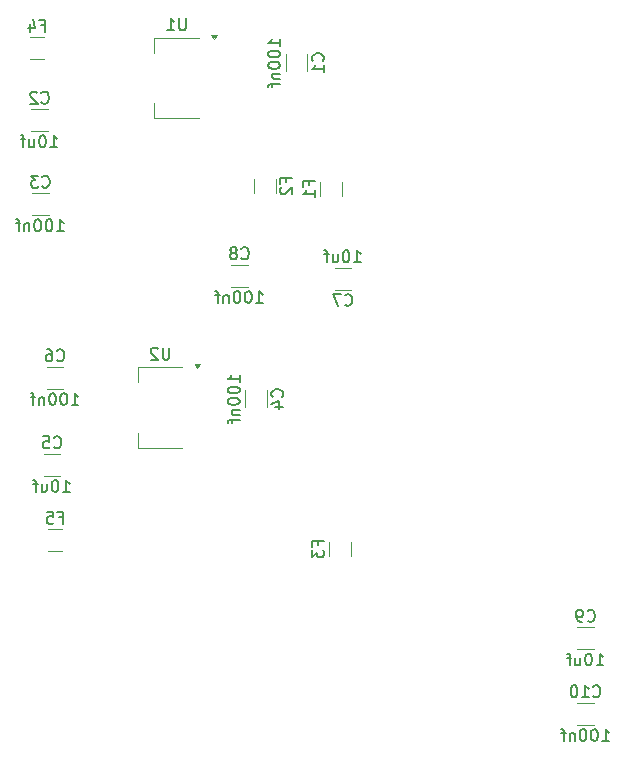
<source format=gbr>
%TF.GenerationSoftware,KiCad,Pcbnew,8.0.3*%
%TF.CreationDate,2024-11-19T22:25:58+01:00*%
%TF.ProjectId,weerstation-power,77656572-7374-4617-9469-6f6e2d706f77,rev?*%
%TF.SameCoordinates,Original*%
%TF.FileFunction,Legend,Bot*%
%TF.FilePolarity,Positive*%
%FSLAX46Y46*%
G04 Gerber Fmt 4.6, Leading zero omitted, Abs format (unit mm)*
G04 Created by KiCad (PCBNEW 8.0.3) date 2024-11-19 22:25:58*
%MOMM*%
%LPD*%
G01*
G04 APERTURE LIST*
%ADD10C,0.150000*%
%ADD11C,0.120000*%
G04 APERTURE END LIST*
D10*
X58309009Y-77644666D02*
X58309009Y-77311333D01*
X58832819Y-77311333D02*
X57832819Y-77311333D01*
X57832819Y-77311333D02*
X57832819Y-77787523D01*
X57832819Y-78073238D02*
X57832819Y-78692285D01*
X57832819Y-78692285D02*
X58213771Y-78358952D01*
X58213771Y-78358952D02*
X58213771Y-78501809D01*
X58213771Y-78501809D02*
X58261390Y-78597047D01*
X58261390Y-78597047D02*
X58309009Y-78644666D01*
X58309009Y-78644666D02*
X58404247Y-78692285D01*
X58404247Y-78692285D02*
X58642342Y-78692285D01*
X58642342Y-78692285D02*
X58737580Y-78644666D01*
X58737580Y-78644666D02*
X58785200Y-78597047D01*
X58785200Y-78597047D02*
X58832819Y-78501809D01*
X58832819Y-78501809D02*
X58832819Y-78216095D01*
X58832819Y-78216095D02*
X58785200Y-78120857D01*
X58785200Y-78120857D02*
X58737580Y-78073238D01*
X60618666Y-57327580D02*
X60666285Y-57375200D01*
X60666285Y-57375200D02*
X60809142Y-57422819D01*
X60809142Y-57422819D02*
X60904380Y-57422819D01*
X60904380Y-57422819D02*
X61047237Y-57375200D01*
X61047237Y-57375200D02*
X61142475Y-57279961D01*
X61142475Y-57279961D02*
X61190094Y-57184723D01*
X61190094Y-57184723D02*
X61237713Y-56994247D01*
X61237713Y-56994247D02*
X61237713Y-56851390D01*
X61237713Y-56851390D02*
X61190094Y-56660914D01*
X61190094Y-56660914D02*
X61142475Y-56565676D01*
X61142475Y-56565676D02*
X61047237Y-56470438D01*
X61047237Y-56470438D02*
X60904380Y-56422819D01*
X60904380Y-56422819D02*
X60809142Y-56422819D01*
X60809142Y-56422819D02*
X60666285Y-56470438D01*
X60666285Y-56470438D02*
X60618666Y-56518057D01*
X60285332Y-56422819D02*
X59618666Y-56422819D01*
X59618666Y-56422819D02*
X60047237Y-57422819D01*
X61380571Y-53722819D02*
X61951999Y-53722819D01*
X61666285Y-53722819D02*
X61666285Y-52722819D01*
X61666285Y-52722819D02*
X61761523Y-52865676D01*
X61761523Y-52865676D02*
X61856761Y-52960914D01*
X61856761Y-52960914D02*
X61951999Y-53008533D01*
X60761523Y-52722819D02*
X60666285Y-52722819D01*
X60666285Y-52722819D02*
X60571047Y-52770438D01*
X60571047Y-52770438D02*
X60523428Y-52818057D01*
X60523428Y-52818057D02*
X60475809Y-52913295D01*
X60475809Y-52913295D02*
X60428190Y-53103771D01*
X60428190Y-53103771D02*
X60428190Y-53341866D01*
X60428190Y-53341866D02*
X60475809Y-53532342D01*
X60475809Y-53532342D02*
X60523428Y-53627580D01*
X60523428Y-53627580D02*
X60571047Y-53675200D01*
X60571047Y-53675200D02*
X60666285Y-53722819D01*
X60666285Y-53722819D02*
X60761523Y-53722819D01*
X60761523Y-53722819D02*
X60856761Y-53675200D01*
X60856761Y-53675200D02*
X60904380Y-53627580D01*
X60904380Y-53627580D02*
X60951999Y-53532342D01*
X60951999Y-53532342D02*
X60999618Y-53341866D01*
X60999618Y-53341866D02*
X60999618Y-53103771D01*
X60999618Y-53103771D02*
X60951999Y-52913295D01*
X60951999Y-52913295D02*
X60904380Y-52818057D01*
X60904380Y-52818057D02*
X60856761Y-52770438D01*
X60856761Y-52770438D02*
X60761523Y-52722819D01*
X59571047Y-53056152D02*
X59571047Y-53722819D01*
X59999618Y-53056152D02*
X59999618Y-53579961D01*
X59999618Y-53579961D02*
X59951999Y-53675200D01*
X59951999Y-53675200D02*
X59856761Y-53722819D01*
X59856761Y-53722819D02*
X59713904Y-53722819D01*
X59713904Y-53722819D02*
X59618666Y-53675200D01*
X59618666Y-53675200D02*
X59571047Y-53627580D01*
X59237713Y-53056152D02*
X58856761Y-53056152D01*
X59094856Y-53722819D02*
X59094856Y-52865676D01*
X59094856Y-52865676D02*
X59047237Y-52770438D01*
X59047237Y-52770438D02*
X58951999Y-52722819D01*
X58951999Y-52722819D02*
X58856761Y-52722819D01*
X34920666Y-40191580D02*
X34968285Y-40239200D01*
X34968285Y-40239200D02*
X35111142Y-40286819D01*
X35111142Y-40286819D02*
X35206380Y-40286819D01*
X35206380Y-40286819D02*
X35349237Y-40239200D01*
X35349237Y-40239200D02*
X35444475Y-40143961D01*
X35444475Y-40143961D02*
X35492094Y-40048723D01*
X35492094Y-40048723D02*
X35539713Y-39858247D01*
X35539713Y-39858247D02*
X35539713Y-39715390D01*
X35539713Y-39715390D02*
X35492094Y-39524914D01*
X35492094Y-39524914D02*
X35444475Y-39429676D01*
X35444475Y-39429676D02*
X35349237Y-39334438D01*
X35349237Y-39334438D02*
X35206380Y-39286819D01*
X35206380Y-39286819D02*
X35111142Y-39286819D01*
X35111142Y-39286819D02*
X34968285Y-39334438D01*
X34968285Y-39334438D02*
X34920666Y-39382057D01*
X34539713Y-39382057D02*
X34492094Y-39334438D01*
X34492094Y-39334438D02*
X34396856Y-39286819D01*
X34396856Y-39286819D02*
X34158761Y-39286819D01*
X34158761Y-39286819D02*
X34063523Y-39334438D01*
X34063523Y-39334438D02*
X34015904Y-39382057D01*
X34015904Y-39382057D02*
X33968285Y-39477295D01*
X33968285Y-39477295D02*
X33968285Y-39572533D01*
X33968285Y-39572533D02*
X34015904Y-39715390D01*
X34015904Y-39715390D02*
X34587332Y-40286819D01*
X34587332Y-40286819D02*
X33968285Y-40286819D01*
X35682571Y-43986819D02*
X36253999Y-43986819D01*
X35968285Y-43986819D02*
X35968285Y-42986819D01*
X35968285Y-42986819D02*
X36063523Y-43129676D01*
X36063523Y-43129676D02*
X36158761Y-43224914D01*
X36158761Y-43224914D02*
X36253999Y-43272533D01*
X35063523Y-42986819D02*
X34968285Y-42986819D01*
X34968285Y-42986819D02*
X34873047Y-43034438D01*
X34873047Y-43034438D02*
X34825428Y-43082057D01*
X34825428Y-43082057D02*
X34777809Y-43177295D01*
X34777809Y-43177295D02*
X34730190Y-43367771D01*
X34730190Y-43367771D02*
X34730190Y-43605866D01*
X34730190Y-43605866D02*
X34777809Y-43796342D01*
X34777809Y-43796342D02*
X34825428Y-43891580D01*
X34825428Y-43891580D02*
X34873047Y-43939200D01*
X34873047Y-43939200D02*
X34968285Y-43986819D01*
X34968285Y-43986819D02*
X35063523Y-43986819D01*
X35063523Y-43986819D02*
X35158761Y-43939200D01*
X35158761Y-43939200D02*
X35206380Y-43891580D01*
X35206380Y-43891580D02*
X35253999Y-43796342D01*
X35253999Y-43796342D02*
X35301618Y-43605866D01*
X35301618Y-43605866D02*
X35301618Y-43367771D01*
X35301618Y-43367771D02*
X35253999Y-43177295D01*
X35253999Y-43177295D02*
X35206380Y-43082057D01*
X35206380Y-43082057D02*
X35158761Y-43034438D01*
X35158761Y-43034438D02*
X35063523Y-42986819D01*
X33873047Y-43320152D02*
X33873047Y-43986819D01*
X34301618Y-43320152D02*
X34301618Y-43843961D01*
X34301618Y-43843961D02*
X34253999Y-43939200D01*
X34253999Y-43939200D02*
X34158761Y-43986819D01*
X34158761Y-43986819D02*
X34015904Y-43986819D01*
X34015904Y-43986819D02*
X33920666Y-43939200D01*
X33920666Y-43939200D02*
X33873047Y-43891580D01*
X33539713Y-43320152D02*
X33158761Y-43320152D01*
X33396856Y-43986819D02*
X33396856Y-43129676D01*
X33396856Y-43129676D02*
X33349237Y-43034438D01*
X33349237Y-43034438D02*
X33253999Y-42986819D01*
X33253999Y-42986819D02*
X33158761Y-42986819D01*
X35980666Y-69375580D02*
X36028285Y-69423200D01*
X36028285Y-69423200D02*
X36171142Y-69470819D01*
X36171142Y-69470819D02*
X36266380Y-69470819D01*
X36266380Y-69470819D02*
X36409237Y-69423200D01*
X36409237Y-69423200D02*
X36504475Y-69327961D01*
X36504475Y-69327961D02*
X36552094Y-69232723D01*
X36552094Y-69232723D02*
X36599713Y-69042247D01*
X36599713Y-69042247D02*
X36599713Y-68899390D01*
X36599713Y-68899390D02*
X36552094Y-68708914D01*
X36552094Y-68708914D02*
X36504475Y-68613676D01*
X36504475Y-68613676D02*
X36409237Y-68518438D01*
X36409237Y-68518438D02*
X36266380Y-68470819D01*
X36266380Y-68470819D02*
X36171142Y-68470819D01*
X36171142Y-68470819D02*
X36028285Y-68518438D01*
X36028285Y-68518438D02*
X35980666Y-68566057D01*
X35075904Y-68470819D02*
X35552094Y-68470819D01*
X35552094Y-68470819D02*
X35599713Y-68947009D01*
X35599713Y-68947009D02*
X35552094Y-68899390D01*
X35552094Y-68899390D02*
X35456856Y-68851771D01*
X35456856Y-68851771D02*
X35218761Y-68851771D01*
X35218761Y-68851771D02*
X35123523Y-68899390D01*
X35123523Y-68899390D02*
X35075904Y-68947009D01*
X35075904Y-68947009D02*
X35028285Y-69042247D01*
X35028285Y-69042247D02*
X35028285Y-69280342D01*
X35028285Y-69280342D02*
X35075904Y-69375580D01*
X35075904Y-69375580D02*
X35123523Y-69423200D01*
X35123523Y-69423200D02*
X35218761Y-69470819D01*
X35218761Y-69470819D02*
X35456856Y-69470819D01*
X35456856Y-69470819D02*
X35552094Y-69423200D01*
X35552094Y-69423200D02*
X35599713Y-69375580D01*
X36742571Y-73170819D02*
X37313999Y-73170819D01*
X37028285Y-73170819D02*
X37028285Y-72170819D01*
X37028285Y-72170819D02*
X37123523Y-72313676D01*
X37123523Y-72313676D02*
X37218761Y-72408914D01*
X37218761Y-72408914D02*
X37313999Y-72456533D01*
X36123523Y-72170819D02*
X36028285Y-72170819D01*
X36028285Y-72170819D02*
X35933047Y-72218438D01*
X35933047Y-72218438D02*
X35885428Y-72266057D01*
X35885428Y-72266057D02*
X35837809Y-72361295D01*
X35837809Y-72361295D02*
X35790190Y-72551771D01*
X35790190Y-72551771D02*
X35790190Y-72789866D01*
X35790190Y-72789866D02*
X35837809Y-72980342D01*
X35837809Y-72980342D02*
X35885428Y-73075580D01*
X35885428Y-73075580D02*
X35933047Y-73123200D01*
X35933047Y-73123200D02*
X36028285Y-73170819D01*
X36028285Y-73170819D02*
X36123523Y-73170819D01*
X36123523Y-73170819D02*
X36218761Y-73123200D01*
X36218761Y-73123200D02*
X36266380Y-73075580D01*
X36266380Y-73075580D02*
X36313999Y-72980342D01*
X36313999Y-72980342D02*
X36361618Y-72789866D01*
X36361618Y-72789866D02*
X36361618Y-72551771D01*
X36361618Y-72551771D02*
X36313999Y-72361295D01*
X36313999Y-72361295D02*
X36266380Y-72266057D01*
X36266380Y-72266057D02*
X36218761Y-72218438D01*
X36218761Y-72218438D02*
X36123523Y-72170819D01*
X34933047Y-72504152D02*
X34933047Y-73170819D01*
X35361618Y-72504152D02*
X35361618Y-73027961D01*
X35361618Y-73027961D02*
X35313999Y-73123200D01*
X35313999Y-73123200D02*
X35218761Y-73170819D01*
X35218761Y-73170819D02*
X35075904Y-73170819D01*
X35075904Y-73170819D02*
X34980666Y-73123200D01*
X34980666Y-73123200D02*
X34933047Y-73075580D01*
X34599713Y-72504152D02*
X34218761Y-72504152D01*
X34456856Y-73170819D02*
X34456856Y-72313676D01*
X34456856Y-72313676D02*
X34409237Y-72218438D01*
X34409237Y-72218438D02*
X34313999Y-72170819D01*
X34313999Y-72170819D02*
X34218761Y-72170819D01*
X47141904Y-33068819D02*
X47141904Y-33878342D01*
X47141904Y-33878342D02*
X47094285Y-33973580D01*
X47094285Y-33973580D02*
X47046666Y-34021200D01*
X47046666Y-34021200D02*
X46951428Y-34068819D01*
X46951428Y-34068819D02*
X46760952Y-34068819D01*
X46760952Y-34068819D02*
X46665714Y-34021200D01*
X46665714Y-34021200D02*
X46618095Y-33973580D01*
X46618095Y-33973580D02*
X46570476Y-33878342D01*
X46570476Y-33878342D02*
X46570476Y-33068819D01*
X45570476Y-34068819D02*
X46141904Y-34068819D01*
X45856190Y-34068819D02*
X45856190Y-33068819D01*
X45856190Y-33068819D02*
X45951428Y-33211676D01*
X45951428Y-33211676D02*
X46046666Y-33306914D01*
X46046666Y-33306914D02*
X46141904Y-33354533D01*
X51855666Y-53373580D02*
X51903285Y-53421200D01*
X51903285Y-53421200D02*
X52046142Y-53468819D01*
X52046142Y-53468819D02*
X52141380Y-53468819D01*
X52141380Y-53468819D02*
X52284237Y-53421200D01*
X52284237Y-53421200D02*
X52379475Y-53325961D01*
X52379475Y-53325961D02*
X52427094Y-53230723D01*
X52427094Y-53230723D02*
X52474713Y-53040247D01*
X52474713Y-53040247D02*
X52474713Y-52897390D01*
X52474713Y-52897390D02*
X52427094Y-52706914D01*
X52427094Y-52706914D02*
X52379475Y-52611676D01*
X52379475Y-52611676D02*
X52284237Y-52516438D01*
X52284237Y-52516438D02*
X52141380Y-52468819D01*
X52141380Y-52468819D02*
X52046142Y-52468819D01*
X52046142Y-52468819D02*
X51903285Y-52516438D01*
X51903285Y-52516438D02*
X51855666Y-52564057D01*
X51284237Y-52897390D02*
X51379475Y-52849771D01*
X51379475Y-52849771D02*
X51427094Y-52802152D01*
X51427094Y-52802152D02*
X51474713Y-52706914D01*
X51474713Y-52706914D02*
X51474713Y-52659295D01*
X51474713Y-52659295D02*
X51427094Y-52564057D01*
X51427094Y-52564057D02*
X51379475Y-52516438D01*
X51379475Y-52516438D02*
X51284237Y-52468819D01*
X51284237Y-52468819D02*
X51093761Y-52468819D01*
X51093761Y-52468819D02*
X50998523Y-52516438D01*
X50998523Y-52516438D02*
X50950904Y-52564057D01*
X50950904Y-52564057D02*
X50903285Y-52659295D01*
X50903285Y-52659295D02*
X50903285Y-52706914D01*
X50903285Y-52706914D02*
X50950904Y-52802152D01*
X50950904Y-52802152D02*
X50998523Y-52849771D01*
X50998523Y-52849771D02*
X51093761Y-52897390D01*
X51093761Y-52897390D02*
X51284237Y-52897390D01*
X51284237Y-52897390D02*
X51379475Y-52945009D01*
X51379475Y-52945009D02*
X51427094Y-52992628D01*
X51427094Y-52992628D02*
X51474713Y-53087866D01*
X51474713Y-53087866D02*
X51474713Y-53278342D01*
X51474713Y-53278342D02*
X51427094Y-53373580D01*
X51427094Y-53373580D02*
X51379475Y-53421200D01*
X51379475Y-53421200D02*
X51284237Y-53468819D01*
X51284237Y-53468819D02*
X51093761Y-53468819D01*
X51093761Y-53468819D02*
X50998523Y-53421200D01*
X50998523Y-53421200D02*
X50950904Y-53373580D01*
X50950904Y-53373580D02*
X50903285Y-53278342D01*
X50903285Y-53278342D02*
X50903285Y-53087866D01*
X50903285Y-53087866D02*
X50950904Y-52992628D01*
X50950904Y-52992628D02*
X50998523Y-52945009D01*
X50998523Y-52945009D02*
X51093761Y-52897390D01*
X53093762Y-57168819D02*
X53665190Y-57168819D01*
X53379476Y-57168819D02*
X53379476Y-56168819D01*
X53379476Y-56168819D02*
X53474714Y-56311676D01*
X53474714Y-56311676D02*
X53569952Y-56406914D01*
X53569952Y-56406914D02*
X53665190Y-56454533D01*
X52474714Y-56168819D02*
X52379476Y-56168819D01*
X52379476Y-56168819D02*
X52284238Y-56216438D01*
X52284238Y-56216438D02*
X52236619Y-56264057D01*
X52236619Y-56264057D02*
X52189000Y-56359295D01*
X52189000Y-56359295D02*
X52141381Y-56549771D01*
X52141381Y-56549771D02*
X52141381Y-56787866D01*
X52141381Y-56787866D02*
X52189000Y-56978342D01*
X52189000Y-56978342D02*
X52236619Y-57073580D01*
X52236619Y-57073580D02*
X52284238Y-57121200D01*
X52284238Y-57121200D02*
X52379476Y-57168819D01*
X52379476Y-57168819D02*
X52474714Y-57168819D01*
X52474714Y-57168819D02*
X52569952Y-57121200D01*
X52569952Y-57121200D02*
X52617571Y-57073580D01*
X52617571Y-57073580D02*
X52665190Y-56978342D01*
X52665190Y-56978342D02*
X52712809Y-56787866D01*
X52712809Y-56787866D02*
X52712809Y-56549771D01*
X52712809Y-56549771D02*
X52665190Y-56359295D01*
X52665190Y-56359295D02*
X52617571Y-56264057D01*
X52617571Y-56264057D02*
X52569952Y-56216438D01*
X52569952Y-56216438D02*
X52474714Y-56168819D01*
X51522333Y-56168819D02*
X51427095Y-56168819D01*
X51427095Y-56168819D02*
X51331857Y-56216438D01*
X51331857Y-56216438D02*
X51284238Y-56264057D01*
X51284238Y-56264057D02*
X51236619Y-56359295D01*
X51236619Y-56359295D02*
X51189000Y-56549771D01*
X51189000Y-56549771D02*
X51189000Y-56787866D01*
X51189000Y-56787866D02*
X51236619Y-56978342D01*
X51236619Y-56978342D02*
X51284238Y-57073580D01*
X51284238Y-57073580D02*
X51331857Y-57121200D01*
X51331857Y-57121200D02*
X51427095Y-57168819D01*
X51427095Y-57168819D02*
X51522333Y-57168819D01*
X51522333Y-57168819D02*
X51617571Y-57121200D01*
X51617571Y-57121200D02*
X51665190Y-57073580D01*
X51665190Y-57073580D02*
X51712809Y-56978342D01*
X51712809Y-56978342D02*
X51760428Y-56787866D01*
X51760428Y-56787866D02*
X51760428Y-56549771D01*
X51760428Y-56549771D02*
X51712809Y-56359295D01*
X51712809Y-56359295D02*
X51665190Y-56264057D01*
X51665190Y-56264057D02*
X51617571Y-56216438D01*
X51617571Y-56216438D02*
X51522333Y-56168819D01*
X50760428Y-56502152D02*
X50760428Y-57168819D01*
X50760428Y-56597390D02*
X50712809Y-56549771D01*
X50712809Y-56549771D02*
X50617571Y-56502152D01*
X50617571Y-56502152D02*
X50474714Y-56502152D01*
X50474714Y-56502152D02*
X50379476Y-56549771D01*
X50379476Y-56549771D02*
X50331857Y-56645009D01*
X50331857Y-56645009D02*
X50331857Y-57168819D01*
X49998523Y-56502152D02*
X49617571Y-56502152D01*
X49855666Y-57168819D02*
X49855666Y-56311676D01*
X49855666Y-56311676D02*
X49808047Y-56216438D01*
X49808047Y-56216438D02*
X49712809Y-56168819D01*
X49712809Y-56168819D02*
X49617571Y-56168819D01*
X57547009Y-47164666D02*
X57547009Y-46831333D01*
X58070819Y-46831333D02*
X57070819Y-46831333D01*
X57070819Y-46831333D02*
X57070819Y-47307523D01*
X58070819Y-48212285D02*
X58070819Y-47640857D01*
X58070819Y-47926571D02*
X57070819Y-47926571D01*
X57070819Y-47926571D02*
X57213676Y-47831333D01*
X57213676Y-47831333D02*
X57308914Y-47736095D01*
X57308914Y-47736095D02*
X57356533Y-47640857D01*
X36401333Y-75327009D02*
X36734666Y-75327009D01*
X36734666Y-75850819D02*
X36734666Y-74850819D01*
X36734666Y-74850819D02*
X36258476Y-74850819D01*
X35401333Y-74850819D02*
X35877523Y-74850819D01*
X35877523Y-74850819D02*
X35925142Y-75327009D01*
X35925142Y-75327009D02*
X35877523Y-75279390D01*
X35877523Y-75279390D02*
X35782285Y-75231771D01*
X35782285Y-75231771D02*
X35544190Y-75231771D01*
X35544190Y-75231771D02*
X35448952Y-75279390D01*
X35448952Y-75279390D02*
X35401333Y-75327009D01*
X35401333Y-75327009D02*
X35353714Y-75422247D01*
X35353714Y-75422247D02*
X35353714Y-75660342D01*
X35353714Y-75660342D02*
X35401333Y-75755580D01*
X35401333Y-75755580D02*
X35448952Y-75803200D01*
X35448952Y-75803200D02*
X35544190Y-75850819D01*
X35544190Y-75850819D02*
X35782285Y-75850819D01*
X35782285Y-75850819D02*
X35877523Y-75803200D01*
X35877523Y-75803200D02*
X35925142Y-75755580D01*
X55295580Y-65111333D02*
X55343200Y-65063714D01*
X55343200Y-65063714D02*
X55390819Y-64920857D01*
X55390819Y-64920857D02*
X55390819Y-64825619D01*
X55390819Y-64825619D02*
X55343200Y-64682762D01*
X55343200Y-64682762D02*
X55247961Y-64587524D01*
X55247961Y-64587524D02*
X55152723Y-64539905D01*
X55152723Y-64539905D02*
X54962247Y-64492286D01*
X54962247Y-64492286D02*
X54819390Y-64492286D01*
X54819390Y-64492286D02*
X54628914Y-64539905D01*
X54628914Y-64539905D02*
X54533676Y-64587524D01*
X54533676Y-64587524D02*
X54438438Y-64682762D01*
X54438438Y-64682762D02*
X54390819Y-64825619D01*
X54390819Y-64825619D02*
X54390819Y-64920857D01*
X54390819Y-64920857D02*
X54438438Y-65063714D01*
X54438438Y-65063714D02*
X54486057Y-65111333D01*
X54724152Y-65968476D02*
X55390819Y-65968476D01*
X54343200Y-65730381D02*
X55057485Y-65492286D01*
X55057485Y-65492286D02*
X55057485Y-66111333D01*
X51690819Y-63873237D02*
X51690819Y-63301809D01*
X51690819Y-63587523D02*
X50690819Y-63587523D01*
X50690819Y-63587523D02*
X50833676Y-63492285D01*
X50833676Y-63492285D02*
X50928914Y-63397047D01*
X50928914Y-63397047D02*
X50976533Y-63301809D01*
X50690819Y-64492285D02*
X50690819Y-64587523D01*
X50690819Y-64587523D02*
X50738438Y-64682761D01*
X50738438Y-64682761D02*
X50786057Y-64730380D01*
X50786057Y-64730380D02*
X50881295Y-64777999D01*
X50881295Y-64777999D02*
X51071771Y-64825618D01*
X51071771Y-64825618D02*
X51309866Y-64825618D01*
X51309866Y-64825618D02*
X51500342Y-64777999D01*
X51500342Y-64777999D02*
X51595580Y-64730380D01*
X51595580Y-64730380D02*
X51643200Y-64682761D01*
X51643200Y-64682761D02*
X51690819Y-64587523D01*
X51690819Y-64587523D02*
X51690819Y-64492285D01*
X51690819Y-64492285D02*
X51643200Y-64397047D01*
X51643200Y-64397047D02*
X51595580Y-64349428D01*
X51595580Y-64349428D02*
X51500342Y-64301809D01*
X51500342Y-64301809D02*
X51309866Y-64254190D01*
X51309866Y-64254190D02*
X51071771Y-64254190D01*
X51071771Y-64254190D02*
X50881295Y-64301809D01*
X50881295Y-64301809D02*
X50786057Y-64349428D01*
X50786057Y-64349428D02*
X50738438Y-64397047D01*
X50738438Y-64397047D02*
X50690819Y-64492285D01*
X50690819Y-65444666D02*
X50690819Y-65539904D01*
X50690819Y-65539904D02*
X50738438Y-65635142D01*
X50738438Y-65635142D02*
X50786057Y-65682761D01*
X50786057Y-65682761D02*
X50881295Y-65730380D01*
X50881295Y-65730380D02*
X51071771Y-65777999D01*
X51071771Y-65777999D02*
X51309866Y-65777999D01*
X51309866Y-65777999D02*
X51500342Y-65730380D01*
X51500342Y-65730380D02*
X51595580Y-65682761D01*
X51595580Y-65682761D02*
X51643200Y-65635142D01*
X51643200Y-65635142D02*
X51690819Y-65539904D01*
X51690819Y-65539904D02*
X51690819Y-65444666D01*
X51690819Y-65444666D02*
X51643200Y-65349428D01*
X51643200Y-65349428D02*
X51595580Y-65301809D01*
X51595580Y-65301809D02*
X51500342Y-65254190D01*
X51500342Y-65254190D02*
X51309866Y-65206571D01*
X51309866Y-65206571D02*
X51071771Y-65206571D01*
X51071771Y-65206571D02*
X50881295Y-65254190D01*
X50881295Y-65254190D02*
X50786057Y-65301809D01*
X50786057Y-65301809D02*
X50738438Y-65349428D01*
X50738438Y-65349428D02*
X50690819Y-65444666D01*
X51024152Y-66206571D02*
X51690819Y-66206571D01*
X51119390Y-66206571D02*
X51071771Y-66254190D01*
X51071771Y-66254190D02*
X51024152Y-66349428D01*
X51024152Y-66349428D02*
X51024152Y-66492285D01*
X51024152Y-66492285D02*
X51071771Y-66587523D01*
X51071771Y-66587523D02*
X51167009Y-66635142D01*
X51167009Y-66635142D02*
X51690819Y-66635142D01*
X51024152Y-66968476D02*
X51024152Y-67349428D01*
X51690819Y-67111333D02*
X50833676Y-67111333D01*
X50833676Y-67111333D02*
X50738438Y-67158952D01*
X50738438Y-67158952D02*
X50690819Y-67254190D01*
X50690819Y-67254190D02*
X50690819Y-67349428D01*
X45761904Y-60954819D02*
X45761904Y-61764342D01*
X45761904Y-61764342D02*
X45714285Y-61859580D01*
X45714285Y-61859580D02*
X45666666Y-61907200D01*
X45666666Y-61907200D02*
X45571428Y-61954819D01*
X45571428Y-61954819D02*
X45380952Y-61954819D01*
X45380952Y-61954819D02*
X45285714Y-61907200D01*
X45285714Y-61907200D02*
X45238095Y-61859580D01*
X45238095Y-61859580D02*
X45190476Y-61764342D01*
X45190476Y-61764342D02*
X45190476Y-60954819D01*
X44761904Y-61050057D02*
X44714285Y-61002438D01*
X44714285Y-61002438D02*
X44619047Y-60954819D01*
X44619047Y-60954819D02*
X44380952Y-60954819D01*
X44380952Y-60954819D02*
X44285714Y-61002438D01*
X44285714Y-61002438D02*
X44238095Y-61050057D01*
X44238095Y-61050057D02*
X44190476Y-61145295D01*
X44190476Y-61145295D02*
X44190476Y-61240533D01*
X44190476Y-61240533D02*
X44238095Y-61383390D01*
X44238095Y-61383390D02*
X44809523Y-61954819D01*
X44809523Y-61954819D02*
X44190476Y-61954819D01*
X36234666Y-62009580D02*
X36282285Y-62057200D01*
X36282285Y-62057200D02*
X36425142Y-62104819D01*
X36425142Y-62104819D02*
X36520380Y-62104819D01*
X36520380Y-62104819D02*
X36663237Y-62057200D01*
X36663237Y-62057200D02*
X36758475Y-61961961D01*
X36758475Y-61961961D02*
X36806094Y-61866723D01*
X36806094Y-61866723D02*
X36853713Y-61676247D01*
X36853713Y-61676247D02*
X36853713Y-61533390D01*
X36853713Y-61533390D02*
X36806094Y-61342914D01*
X36806094Y-61342914D02*
X36758475Y-61247676D01*
X36758475Y-61247676D02*
X36663237Y-61152438D01*
X36663237Y-61152438D02*
X36520380Y-61104819D01*
X36520380Y-61104819D02*
X36425142Y-61104819D01*
X36425142Y-61104819D02*
X36282285Y-61152438D01*
X36282285Y-61152438D02*
X36234666Y-61200057D01*
X35377523Y-61104819D02*
X35567999Y-61104819D01*
X35567999Y-61104819D02*
X35663237Y-61152438D01*
X35663237Y-61152438D02*
X35710856Y-61200057D01*
X35710856Y-61200057D02*
X35806094Y-61342914D01*
X35806094Y-61342914D02*
X35853713Y-61533390D01*
X35853713Y-61533390D02*
X35853713Y-61914342D01*
X35853713Y-61914342D02*
X35806094Y-62009580D01*
X35806094Y-62009580D02*
X35758475Y-62057200D01*
X35758475Y-62057200D02*
X35663237Y-62104819D01*
X35663237Y-62104819D02*
X35472761Y-62104819D01*
X35472761Y-62104819D02*
X35377523Y-62057200D01*
X35377523Y-62057200D02*
X35329904Y-62009580D01*
X35329904Y-62009580D02*
X35282285Y-61914342D01*
X35282285Y-61914342D02*
X35282285Y-61676247D01*
X35282285Y-61676247D02*
X35329904Y-61581009D01*
X35329904Y-61581009D02*
X35377523Y-61533390D01*
X35377523Y-61533390D02*
X35472761Y-61485771D01*
X35472761Y-61485771D02*
X35663237Y-61485771D01*
X35663237Y-61485771D02*
X35758475Y-61533390D01*
X35758475Y-61533390D02*
X35806094Y-61581009D01*
X35806094Y-61581009D02*
X35853713Y-61676247D01*
X37472762Y-65804819D02*
X38044190Y-65804819D01*
X37758476Y-65804819D02*
X37758476Y-64804819D01*
X37758476Y-64804819D02*
X37853714Y-64947676D01*
X37853714Y-64947676D02*
X37948952Y-65042914D01*
X37948952Y-65042914D02*
X38044190Y-65090533D01*
X36853714Y-64804819D02*
X36758476Y-64804819D01*
X36758476Y-64804819D02*
X36663238Y-64852438D01*
X36663238Y-64852438D02*
X36615619Y-64900057D01*
X36615619Y-64900057D02*
X36568000Y-64995295D01*
X36568000Y-64995295D02*
X36520381Y-65185771D01*
X36520381Y-65185771D02*
X36520381Y-65423866D01*
X36520381Y-65423866D02*
X36568000Y-65614342D01*
X36568000Y-65614342D02*
X36615619Y-65709580D01*
X36615619Y-65709580D02*
X36663238Y-65757200D01*
X36663238Y-65757200D02*
X36758476Y-65804819D01*
X36758476Y-65804819D02*
X36853714Y-65804819D01*
X36853714Y-65804819D02*
X36948952Y-65757200D01*
X36948952Y-65757200D02*
X36996571Y-65709580D01*
X36996571Y-65709580D02*
X37044190Y-65614342D01*
X37044190Y-65614342D02*
X37091809Y-65423866D01*
X37091809Y-65423866D02*
X37091809Y-65185771D01*
X37091809Y-65185771D02*
X37044190Y-64995295D01*
X37044190Y-64995295D02*
X36996571Y-64900057D01*
X36996571Y-64900057D02*
X36948952Y-64852438D01*
X36948952Y-64852438D02*
X36853714Y-64804819D01*
X35901333Y-64804819D02*
X35806095Y-64804819D01*
X35806095Y-64804819D02*
X35710857Y-64852438D01*
X35710857Y-64852438D02*
X35663238Y-64900057D01*
X35663238Y-64900057D02*
X35615619Y-64995295D01*
X35615619Y-64995295D02*
X35568000Y-65185771D01*
X35568000Y-65185771D02*
X35568000Y-65423866D01*
X35568000Y-65423866D02*
X35615619Y-65614342D01*
X35615619Y-65614342D02*
X35663238Y-65709580D01*
X35663238Y-65709580D02*
X35710857Y-65757200D01*
X35710857Y-65757200D02*
X35806095Y-65804819D01*
X35806095Y-65804819D02*
X35901333Y-65804819D01*
X35901333Y-65804819D02*
X35996571Y-65757200D01*
X35996571Y-65757200D02*
X36044190Y-65709580D01*
X36044190Y-65709580D02*
X36091809Y-65614342D01*
X36091809Y-65614342D02*
X36139428Y-65423866D01*
X36139428Y-65423866D02*
X36139428Y-65185771D01*
X36139428Y-65185771D02*
X36091809Y-64995295D01*
X36091809Y-64995295D02*
X36044190Y-64900057D01*
X36044190Y-64900057D02*
X35996571Y-64852438D01*
X35996571Y-64852438D02*
X35901333Y-64804819D01*
X35139428Y-65138152D02*
X35139428Y-65804819D01*
X35139428Y-65233390D02*
X35091809Y-65185771D01*
X35091809Y-65185771D02*
X34996571Y-65138152D01*
X34996571Y-65138152D02*
X34853714Y-65138152D01*
X34853714Y-65138152D02*
X34758476Y-65185771D01*
X34758476Y-65185771D02*
X34710857Y-65281009D01*
X34710857Y-65281009D02*
X34710857Y-65804819D01*
X34377523Y-65138152D02*
X33996571Y-65138152D01*
X34234666Y-65804819D02*
X34234666Y-64947676D01*
X34234666Y-64947676D02*
X34187047Y-64852438D01*
X34187047Y-64852438D02*
X34091809Y-64804819D01*
X34091809Y-64804819D02*
X33996571Y-64804819D01*
X34984166Y-47303580D02*
X35031785Y-47351200D01*
X35031785Y-47351200D02*
X35174642Y-47398819D01*
X35174642Y-47398819D02*
X35269880Y-47398819D01*
X35269880Y-47398819D02*
X35412737Y-47351200D01*
X35412737Y-47351200D02*
X35507975Y-47255961D01*
X35507975Y-47255961D02*
X35555594Y-47160723D01*
X35555594Y-47160723D02*
X35603213Y-46970247D01*
X35603213Y-46970247D02*
X35603213Y-46827390D01*
X35603213Y-46827390D02*
X35555594Y-46636914D01*
X35555594Y-46636914D02*
X35507975Y-46541676D01*
X35507975Y-46541676D02*
X35412737Y-46446438D01*
X35412737Y-46446438D02*
X35269880Y-46398819D01*
X35269880Y-46398819D02*
X35174642Y-46398819D01*
X35174642Y-46398819D02*
X35031785Y-46446438D01*
X35031785Y-46446438D02*
X34984166Y-46494057D01*
X34650832Y-46398819D02*
X34031785Y-46398819D01*
X34031785Y-46398819D02*
X34365118Y-46779771D01*
X34365118Y-46779771D02*
X34222261Y-46779771D01*
X34222261Y-46779771D02*
X34127023Y-46827390D01*
X34127023Y-46827390D02*
X34079404Y-46875009D01*
X34079404Y-46875009D02*
X34031785Y-46970247D01*
X34031785Y-46970247D02*
X34031785Y-47208342D01*
X34031785Y-47208342D02*
X34079404Y-47303580D01*
X34079404Y-47303580D02*
X34127023Y-47351200D01*
X34127023Y-47351200D02*
X34222261Y-47398819D01*
X34222261Y-47398819D02*
X34507975Y-47398819D01*
X34507975Y-47398819D02*
X34603213Y-47351200D01*
X34603213Y-47351200D02*
X34650832Y-47303580D01*
X36222262Y-51098819D02*
X36793690Y-51098819D01*
X36507976Y-51098819D02*
X36507976Y-50098819D01*
X36507976Y-50098819D02*
X36603214Y-50241676D01*
X36603214Y-50241676D02*
X36698452Y-50336914D01*
X36698452Y-50336914D02*
X36793690Y-50384533D01*
X35603214Y-50098819D02*
X35507976Y-50098819D01*
X35507976Y-50098819D02*
X35412738Y-50146438D01*
X35412738Y-50146438D02*
X35365119Y-50194057D01*
X35365119Y-50194057D02*
X35317500Y-50289295D01*
X35317500Y-50289295D02*
X35269881Y-50479771D01*
X35269881Y-50479771D02*
X35269881Y-50717866D01*
X35269881Y-50717866D02*
X35317500Y-50908342D01*
X35317500Y-50908342D02*
X35365119Y-51003580D01*
X35365119Y-51003580D02*
X35412738Y-51051200D01*
X35412738Y-51051200D02*
X35507976Y-51098819D01*
X35507976Y-51098819D02*
X35603214Y-51098819D01*
X35603214Y-51098819D02*
X35698452Y-51051200D01*
X35698452Y-51051200D02*
X35746071Y-51003580D01*
X35746071Y-51003580D02*
X35793690Y-50908342D01*
X35793690Y-50908342D02*
X35841309Y-50717866D01*
X35841309Y-50717866D02*
X35841309Y-50479771D01*
X35841309Y-50479771D02*
X35793690Y-50289295D01*
X35793690Y-50289295D02*
X35746071Y-50194057D01*
X35746071Y-50194057D02*
X35698452Y-50146438D01*
X35698452Y-50146438D02*
X35603214Y-50098819D01*
X34650833Y-50098819D02*
X34555595Y-50098819D01*
X34555595Y-50098819D02*
X34460357Y-50146438D01*
X34460357Y-50146438D02*
X34412738Y-50194057D01*
X34412738Y-50194057D02*
X34365119Y-50289295D01*
X34365119Y-50289295D02*
X34317500Y-50479771D01*
X34317500Y-50479771D02*
X34317500Y-50717866D01*
X34317500Y-50717866D02*
X34365119Y-50908342D01*
X34365119Y-50908342D02*
X34412738Y-51003580D01*
X34412738Y-51003580D02*
X34460357Y-51051200D01*
X34460357Y-51051200D02*
X34555595Y-51098819D01*
X34555595Y-51098819D02*
X34650833Y-51098819D01*
X34650833Y-51098819D02*
X34746071Y-51051200D01*
X34746071Y-51051200D02*
X34793690Y-51003580D01*
X34793690Y-51003580D02*
X34841309Y-50908342D01*
X34841309Y-50908342D02*
X34888928Y-50717866D01*
X34888928Y-50717866D02*
X34888928Y-50479771D01*
X34888928Y-50479771D02*
X34841309Y-50289295D01*
X34841309Y-50289295D02*
X34793690Y-50194057D01*
X34793690Y-50194057D02*
X34746071Y-50146438D01*
X34746071Y-50146438D02*
X34650833Y-50098819D01*
X33888928Y-50432152D02*
X33888928Y-51098819D01*
X33888928Y-50527390D02*
X33841309Y-50479771D01*
X33841309Y-50479771D02*
X33746071Y-50432152D01*
X33746071Y-50432152D02*
X33603214Y-50432152D01*
X33603214Y-50432152D02*
X33507976Y-50479771D01*
X33507976Y-50479771D02*
X33460357Y-50575009D01*
X33460357Y-50575009D02*
X33460357Y-51098819D01*
X33127023Y-50432152D02*
X32746071Y-50432152D01*
X32984166Y-51098819D02*
X32984166Y-50241676D01*
X32984166Y-50241676D02*
X32936547Y-50146438D01*
X32936547Y-50146438D02*
X32841309Y-50098819D01*
X32841309Y-50098819D02*
X32746071Y-50098819D01*
X81630357Y-90457580D02*
X81677976Y-90505200D01*
X81677976Y-90505200D02*
X81820833Y-90552819D01*
X81820833Y-90552819D02*
X81916071Y-90552819D01*
X81916071Y-90552819D02*
X82058928Y-90505200D01*
X82058928Y-90505200D02*
X82154166Y-90409961D01*
X82154166Y-90409961D02*
X82201785Y-90314723D01*
X82201785Y-90314723D02*
X82249404Y-90124247D01*
X82249404Y-90124247D02*
X82249404Y-89981390D01*
X82249404Y-89981390D02*
X82201785Y-89790914D01*
X82201785Y-89790914D02*
X82154166Y-89695676D01*
X82154166Y-89695676D02*
X82058928Y-89600438D01*
X82058928Y-89600438D02*
X81916071Y-89552819D01*
X81916071Y-89552819D02*
X81820833Y-89552819D01*
X81820833Y-89552819D02*
X81677976Y-89600438D01*
X81677976Y-89600438D02*
X81630357Y-89648057D01*
X80677976Y-90552819D02*
X81249404Y-90552819D01*
X80963690Y-90552819D02*
X80963690Y-89552819D01*
X80963690Y-89552819D02*
X81058928Y-89695676D01*
X81058928Y-89695676D02*
X81154166Y-89790914D01*
X81154166Y-89790914D02*
X81249404Y-89838533D01*
X80058928Y-89552819D02*
X79963690Y-89552819D01*
X79963690Y-89552819D02*
X79868452Y-89600438D01*
X79868452Y-89600438D02*
X79820833Y-89648057D01*
X79820833Y-89648057D02*
X79773214Y-89743295D01*
X79773214Y-89743295D02*
X79725595Y-89933771D01*
X79725595Y-89933771D02*
X79725595Y-90171866D01*
X79725595Y-90171866D02*
X79773214Y-90362342D01*
X79773214Y-90362342D02*
X79820833Y-90457580D01*
X79820833Y-90457580D02*
X79868452Y-90505200D01*
X79868452Y-90505200D02*
X79963690Y-90552819D01*
X79963690Y-90552819D02*
X80058928Y-90552819D01*
X80058928Y-90552819D02*
X80154166Y-90505200D01*
X80154166Y-90505200D02*
X80201785Y-90457580D01*
X80201785Y-90457580D02*
X80249404Y-90362342D01*
X80249404Y-90362342D02*
X80297023Y-90171866D01*
X80297023Y-90171866D02*
X80297023Y-89933771D01*
X80297023Y-89933771D02*
X80249404Y-89743295D01*
X80249404Y-89743295D02*
X80201785Y-89648057D01*
X80201785Y-89648057D02*
X80154166Y-89600438D01*
X80154166Y-89600438D02*
X80058928Y-89552819D01*
X82392262Y-94252819D02*
X82963690Y-94252819D01*
X82677976Y-94252819D02*
X82677976Y-93252819D01*
X82677976Y-93252819D02*
X82773214Y-93395676D01*
X82773214Y-93395676D02*
X82868452Y-93490914D01*
X82868452Y-93490914D02*
X82963690Y-93538533D01*
X81773214Y-93252819D02*
X81677976Y-93252819D01*
X81677976Y-93252819D02*
X81582738Y-93300438D01*
X81582738Y-93300438D02*
X81535119Y-93348057D01*
X81535119Y-93348057D02*
X81487500Y-93443295D01*
X81487500Y-93443295D02*
X81439881Y-93633771D01*
X81439881Y-93633771D02*
X81439881Y-93871866D01*
X81439881Y-93871866D02*
X81487500Y-94062342D01*
X81487500Y-94062342D02*
X81535119Y-94157580D01*
X81535119Y-94157580D02*
X81582738Y-94205200D01*
X81582738Y-94205200D02*
X81677976Y-94252819D01*
X81677976Y-94252819D02*
X81773214Y-94252819D01*
X81773214Y-94252819D02*
X81868452Y-94205200D01*
X81868452Y-94205200D02*
X81916071Y-94157580D01*
X81916071Y-94157580D02*
X81963690Y-94062342D01*
X81963690Y-94062342D02*
X82011309Y-93871866D01*
X82011309Y-93871866D02*
X82011309Y-93633771D01*
X82011309Y-93633771D02*
X81963690Y-93443295D01*
X81963690Y-93443295D02*
X81916071Y-93348057D01*
X81916071Y-93348057D02*
X81868452Y-93300438D01*
X81868452Y-93300438D02*
X81773214Y-93252819D01*
X80820833Y-93252819D02*
X80725595Y-93252819D01*
X80725595Y-93252819D02*
X80630357Y-93300438D01*
X80630357Y-93300438D02*
X80582738Y-93348057D01*
X80582738Y-93348057D02*
X80535119Y-93443295D01*
X80535119Y-93443295D02*
X80487500Y-93633771D01*
X80487500Y-93633771D02*
X80487500Y-93871866D01*
X80487500Y-93871866D02*
X80535119Y-94062342D01*
X80535119Y-94062342D02*
X80582738Y-94157580D01*
X80582738Y-94157580D02*
X80630357Y-94205200D01*
X80630357Y-94205200D02*
X80725595Y-94252819D01*
X80725595Y-94252819D02*
X80820833Y-94252819D01*
X80820833Y-94252819D02*
X80916071Y-94205200D01*
X80916071Y-94205200D02*
X80963690Y-94157580D01*
X80963690Y-94157580D02*
X81011309Y-94062342D01*
X81011309Y-94062342D02*
X81058928Y-93871866D01*
X81058928Y-93871866D02*
X81058928Y-93633771D01*
X81058928Y-93633771D02*
X81011309Y-93443295D01*
X81011309Y-93443295D02*
X80963690Y-93348057D01*
X80963690Y-93348057D02*
X80916071Y-93300438D01*
X80916071Y-93300438D02*
X80820833Y-93252819D01*
X80058928Y-93586152D02*
X80058928Y-94252819D01*
X80058928Y-93681390D02*
X80011309Y-93633771D01*
X80011309Y-93633771D02*
X79916071Y-93586152D01*
X79916071Y-93586152D02*
X79773214Y-93586152D01*
X79773214Y-93586152D02*
X79677976Y-93633771D01*
X79677976Y-93633771D02*
X79630357Y-93729009D01*
X79630357Y-93729009D02*
X79630357Y-94252819D01*
X79297023Y-93586152D02*
X78916071Y-93586152D01*
X79154166Y-94252819D02*
X79154166Y-93395676D01*
X79154166Y-93395676D02*
X79106547Y-93300438D01*
X79106547Y-93300438D02*
X79011309Y-93252819D01*
X79011309Y-93252819D02*
X78916071Y-93252819D01*
X58724580Y-36663333D02*
X58772200Y-36615714D01*
X58772200Y-36615714D02*
X58819819Y-36472857D01*
X58819819Y-36472857D02*
X58819819Y-36377619D01*
X58819819Y-36377619D02*
X58772200Y-36234762D01*
X58772200Y-36234762D02*
X58676961Y-36139524D01*
X58676961Y-36139524D02*
X58581723Y-36091905D01*
X58581723Y-36091905D02*
X58391247Y-36044286D01*
X58391247Y-36044286D02*
X58248390Y-36044286D01*
X58248390Y-36044286D02*
X58057914Y-36091905D01*
X58057914Y-36091905D02*
X57962676Y-36139524D01*
X57962676Y-36139524D02*
X57867438Y-36234762D01*
X57867438Y-36234762D02*
X57819819Y-36377619D01*
X57819819Y-36377619D02*
X57819819Y-36472857D01*
X57819819Y-36472857D02*
X57867438Y-36615714D01*
X57867438Y-36615714D02*
X57915057Y-36663333D01*
X58819819Y-37615714D02*
X58819819Y-37044286D01*
X58819819Y-37330000D02*
X57819819Y-37330000D01*
X57819819Y-37330000D02*
X57962676Y-37234762D01*
X57962676Y-37234762D02*
X58057914Y-37139524D01*
X58057914Y-37139524D02*
X58105533Y-37044286D01*
X55119819Y-35425237D02*
X55119819Y-34853809D01*
X55119819Y-35139523D02*
X54119819Y-35139523D01*
X54119819Y-35139523D02*
X54262676Y-35044285D01*
X54262676Y-35044285D02*
X54357914Y-34949047D01*
X54357914Y-34949047D02*
X54405533Y-34853809D01*
X54119819Y-36044285D02*
X54119819Y-36139523D01*
X54119819Y-36139523D02*
X54167438Y-36234761D01*
X54167438Y-36234761D02*
X54215057Y-36282380D01*
X54215057Y-36282380D02*
X54310295Y-36329999D01*
X54310295Y-36329999D02*
X54500771Y-36377618D01*
X54500771Y-36377618D02*
X54738866Y-36377618D01*
X54738866Y-36377618D02*
X54929342Y-36329999D01*
X54929342Y-36329999D02*
X55024580Y-36282380D01*
X55024580Y-36282380D02*
X55072200Y-36234761D01*
X55072200Y-36234761D02*
X55119819Y-36139523D01*
X55119819Y-36139523D02*
X55119819Y-36044285D01*
X55119819Y-36044285D02*
X55072200Y-35949047D01*
X55072200Y-35949047D02*
X55024580Y-35901428D01*
X55024580Y-35901428D02*
X54929342Y-35853809D01*
X54929342Y-35853809D02*
X54738866Y-35806190D01*
X54738866Y-35806190D02*
X54500771Y-35806190D01*
X54500771Y-35806190D02*
X54310295Y-35853809D01*
X54310295Y-35853809D02*
X54215057Y-35901428D01*
X54215057Y-35901428D02*
X54167438Y-35949047D01*
X54167438Y-35949047D02*
X54119819Y-36044285D01*
X54119819Y-36996666D02*
X54119819Y-37091904D01*
X54119819Y-37091904D02*
X54167438Y-37187142D01*
X54167438Y-37187142D02*
X54215057Y-37234761D01*
X54215057Y-37234761D02*
X54310295Y-37282380D01*
X54310295Y-37282380D02*
X54500771Y-37329999D01*
X54500771Y-37329999D02*
X54738866Y-37329999D01*
X54738866Y-37329999D02*
X54929342Y-37282380D01*
X54929342Y-37282380D02*
X55024580Y-37234761D01*
X55024580Y-37234761D02*
X55072200Y-37187142D01*
X55072200Y-37187142D02*
X55119819Y-37091904D01*
X55119819Y-37091904D02*
X55119819Y-36996666D01*
X55119819Y-36996666D02*
X55072200Y-36901428D01*
X55072200Y-36901428D02*
X55024580Y-36853809D01*
X55024580Y-36853809D02*
X54929342Y-36806190D01*
X54929342Y-36806190D02*
X54738866Y-36758571D01*
X54738866Y-36758571D02*
X54500771Y-36758571D01*
X54500771Y-36758571D02*
X54310295Y-36806190D01*
X54310295Y-36806190D02*
X54215057Y-36853809D01*
X54215057Y-36853809D02*
X54167438Y-36901428D01*
X54167438Y-36901428D02*
X54119819Y-36996666D01*
X54453152Y-37758571D02*
X55119819Y-37758571D01*
X54548390Y-37758571D02*
X54500771Y-37806190D01*
X54500771Y-37806190D02*
X54453152Y-37901428D01*
X54453152Y-37901428D02*
X54453152Y-38044285D01*
X54453152Y-38044285D02*
X54500771Y-38139523D01*
X54500771Y-38139523D02*
X54596009Y-38187142D01*
X54596009Y-38187142D02*
X55119819Y-38187142D01*
X54453152Y-38520476D02*
X54453152Y-38901428D01*
X55119819Y-38663333D02*
X54262676Y-38663333D01*
X54262676Y-38663333D02*
X54167438Y-38710952D01*
X54167438Y-38710952D02*
X54119819Y-38806190D01*
X54119819Y-38806190D02*
X54119819Y-38901428D01*
X34877333Y-33671009D02*
X35210666Y-33671009D01*
X35210666Y-34194819D02*
X35210666Y-33194819D01*
X35210666Y-33194819D02*
X34734476Y-33194819D01*
X33924952Y-33528152D02*
X33924952Y-34194819D01*
X34163047Y-33147200D02*
X34401142Y-33861485D01*
X34401142Y-33861485D02*
X33782095Y-33861485D01*
X81154166Y-84059580D02*
X81201785Y-84107200D01*
X81201785Y-84107200D02*
X81344642Y-84154819D01*
X81344642Y-84154819D02*
X81439880Y-84154819D01*
X81439880Y-84154819D02*
X81582737Y-84107200D01*
X81582737Y-84107200D02*
X81677975Y-84011961D01*
X81677975Y-84011961D02*
X81725594Y-83916723D01*
X81725594Y-83916723D02*
X81773213Y-83726247D01*
X81773213Y-83726247D02*
X81773213Y-83583390D01*
X81773213Y-83583390D02*
X81725594Y-83392914D01*
X81725594Y-83392914D02*
X81677975Y-83297676D01*
X81677975Y-83297676D02*
X81582737Y-83202438D01*
X81582737Y-83202438D02*
X81439880Y-83154819D01*
X81439880Y-83154819D02*
X81344642Y-83154819D01*
X81344642Y-83154819D02*
X81201785Y-83202438D01*
X81201785Y-83202438D02*
X81154166Y-83250057D01*
X80677975Y-84154819D02*
X80487499Y-84154819D01*
X80487499Y-84154819D02*
X80392261Y-84107200D01*
X80392261Y-84107200D02*
X80344642Y-84059580D01*
X80344642Y-84059580D02*
X80249404Y-83916723D01*
X80249404Y-83916723D02*
X80201785Y-83726247D01*
X80201785Y-83726247D02*
X80201785Y-83345295D01*
X80201785Y-83345295D02*
X80249404Y-83250057D01*
X80249404Y-83250057D02*
X80297023Y-83202438D01*
X80297023Y-83202438D02*
X80392261Y-83154819D01*
X80392261Y-83154819D02*
X80582737Y-83154819D01*
X80582737Y-83154819D02*
X80677975Y-83202438D01*
X80677975Y-83202438D02*
X80725594Y-83250057D01*
X80725594Y-83250057D02*
X80773213Y-83345295D01*
X80773213Y-83345295D02*
X80773213Y-83583390D01*
X80773213Y-83583390D02*
X80725594Y-83678628D01*
X80725594Y-83678628D02*
X80677975Y-83726247D01*
X80677975Y-83726247D02*
X80582737Y-83773866D01*
X80582737Y-83773866D02*
X80392261Y-83773866D01*
X80392261Y-83773866D02*
X80297023Y-83726247D01*
X80297023Y-83726247D02*
X80249404Y-83678628D01*
X80249404Y-83678628D02*
X80201785Y-83583390D01*
X81916071Y-87854819D02*
X82487499Y-87854819D01*
X82201785Y-87854819D02*
X82201785Y-86854819D01*
X82201785Y-86854819D02*
X82297023Y-86997676D01*
X82297023Y-86997676D02*
X82392261Y-87092914D01*
X82392261Y-87092914D02*
X82487499Y-87140533D01*
X81297023Y-86854819D02*
X81201785Y-86854819D01*
X81201785Y-86854819D02*
X81106547Y-86902438D01*
X81106547Y-86902438D02*
X81058928Y-86950057D01*
X81058928Y-86950057D02*
X81011309Y-87045295D01*
X81011309Y-87045295D02*
X80963690Y-87235771D01*
X80963690Y-87235771D02*
X80963690Y-87473866D01*
X80963690Y-87473866D02*
X81011309Y-87664342D01*
X81011309Y-87664342D02*
X81058928Y-87759580D01*
X81058928Y-87759580D02*
X81106547Y-87807200D01*
X81106547Y-87807200D02*
X81201785Y-87854819D01*
X81201785Y-87854819D02*
X81297023Y-87854819D01*
X81297023Y-87854819D02*
X81392261Y-87807200D01*
X81392261Y-87807200D02*
X81439880Y-87759580D01*
X81439880Y-87759580D02*
X81487499Y-87664342D01*
X81487499Y-87664342D02*
X81535118Y-87473866D01*
X81535118Y-87473866D02*
X81535118Y-87235771D01*
X81535118Y-87235771D02*
X81487499Y-87045295D01*
X81487499Y-87045295D02*
X81439880Y-86950057D01*
X81439880Y-86950057D02*
X81392261Y-86902438D01*
X81392261Y-86902438D02*
X81297023Y-86854819D01*
X80106547Y-87188152D02*
X80106547Y-87854819D01*
X80535118Y-87188152D02*
X80535118Y-87711961D01*
X80535118Y-87711961D02*
X80487499Y-87807200D01*
X80487499Y-87807200D02*
X80392261Y-87854819D01*
X80392261Y-87854819D02*
X80249404Y-87854819D01*
X80249404Y-87854819D02*
X80154166Y-87807200D01*
X80154166Y-87807200D02*
X80106547Y-87759580D01*
X79773213Y-87188152D02*
X79392261Y-87188152D01*
X79630356Y-87854819D02*
X79630356Y-86997676D01*
X79630356Y-86997676D02*
X79582737Y-86902438D01*
X79582737Y-86902438D02*
X79487499Y-86854819D01*
X79487499Y-86854819D02*
X79392261Y-86854819D01*
X55599009Y-46910666D02*
X55599009Y-46577333D01*
X56122819Y-46577333D02*
X55122819Y-46577333D01*
X55122819Y-46577333D02*
X55122819Y-47053523D01*
X55218057Y-47386857D02*
X55170438Y-47434476D01*
X55170438Y-47434476D02*
X55122819Y-47529714D01*
X55122819Y-47529714D02*
X55122819Y-47767809D01*
X55122819Y-47767809D02*
X55170438Y-47863047D01*
X55170438Y-47863047D02*
X55218057Y-47910666D01*
X55218057Y-47910666D02*
X55313295Y-47958285D01*
X55313295Y-47958285D02*
X55408533Y-47958285D01*
X55408533Y-47958285D02*
X55551390Y-47910666D01*
X55551390Y-47910666D02*
X56122819Y-47339238D01*
X56122819Y-47339238D02*
X56122819Y-47958285D01*
D11*
%TO.C,F3*%
X59288000Y-78580064D02*
X59288000Y-77375936D01*
X61108000Y-78580064D02*
X61108000Y-77375936D01*
%TO.C,C7*%
X61163252Y-54208000D02*
X59740748Y-54208000D01*
X61163252Y-56028000D02*
X59740748Y-56028000D01*
%TO.C,C2*%
X34042748Y-40772000D02*
X35465252Y-40772000D01*
X34042748Y-42592000D02*
X35465252Y-42592000D01*
%TO.C,C5*%
X35102748Y-69956000D02*
X36525252Y-69956000D01*
X35102748Y-71776000D02*
X36525252Y-71776000D01*
%TO.C,U1*%
X44470000Y-34704000D02*
X48230000Y-34704000D01*
X44470000Y-35964000D02*
X44470000Y-34704000D01*
X44470000Y-40264000D02*
X44470000Y-41524000D01*
X44470000Y-41524000D02*
X48230000Y-41524000D01*
X49510000Y-34804000D02*
X49270000Y-34474000D01*
X49750000Y-34474000D01*
X49510000Y-34804000D01*
G36*
X49510000Y-34804000D02*
G01*
X49270000Y-34474000D01*
X49750000Y-34474000D01*
X49510000Y-34804000D01*
G37*
%TO.C,C8*%
X50977748Y-53954000D02*
X52400252Y-53954000D01*
X50977748Y-55774000D02*
X52400252Y-55774000D01*
%TO.C,F1*%
X58526000Y-48100064D02*
X58526000Y-46895936D01*
X60346000Y-48100064D02*
X60346000Y-46895936D01*
%TO.C,F5*%
X35465936Y-76306000D02*
X36670064Y-76306000D01*
X35465936Y-78126000D02*
X36670064Y-78126000D01*
%TO.C,C4*%
X52176000Y-64566748D02*
X52176000Y-65989252D01*
X53996000Y-64566748D02*
X53996000Y-65989252D01*
%TO.C,U2*%
X43090000Y-62590000D02*
X46850000Y-62590000D01*
X43090000Y-63850000D02*
X43090000Y-62590000D01*
X43090000Y-68150000D02*
X43090000Y-69410000D01*
X43090000Y-69410000D02*
X46850000Y-69410000D01*
X48130000Y-62690000D02*
X47890000Y-62360000D01*
X48370000Y-62360000D01*
X48130000Y-62690000D01*
G36*
X48130000Y-62690000D02*
G01*
X47890000Y-62360000D01*
X48370000Y-62360000D01*
X48130000Y-62690000D01*
G37*
%TO.C,C6*%
X35356748Y-62590000D02*
X36779252Y-62590000D01*
X35356748Y-64410000D02*
X36779252Y-64410000D01*
%TO.C,C3*%
X34106248Y-47884000D02*
X35528752Y-47884000D01*
X34106248Y-49704000D02*
X35528752Y-49704000D01*
%TO.C,C10*%
X80276248Y-91038000D02*
X81698752Y-91038000D01*
X80276248Y-92858000D02*
X81698752Y-92858000D01*
%TO.C,C1*%
X55605000Y-36118748D02*
X55605000Y-37541252D01*
X57425000Y-36118748D02*
X57425000Y-37541252D01*
%TO.C,F4*%
X33941936Y-34650000D02*
X35146064Y-34650000D01*
X33941936Y-36470000D02*
X35146064Y-36470000D01*
%TO.C,C9*%
X80276248Y-84640000D02*
X81698752Y-84640000D01*
X80276248Y-86460000D02*
X81698752Y-86460000D01*
%TO.C,F2*%
X52938000Y-46641936D02*
X52938000Y-47846064D01*
X54758000Y-46641936D02*
X54758000Y-47846064D01*
%TD*%
M02*

</source>
